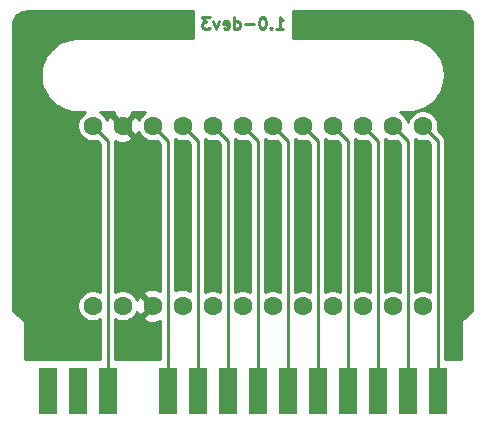
<source format=gbr>
G04 #@! TF.GenerationSoftware,KiCad,Pcbnew,(5.1.9-0-10_14)*
G04 #@! TF.CreationDate,2021-04-12T21:42:41-07:00*
G04 #@! TF.ProjectId,cart,63617274-2e6b-4696-9361-645f70636258,1.0-dev3*
G04 #@! TF.SameCoordinates,Original*
G04 #@! TF.FileFunction,Copper,L2,Bot*
G04 #@! TF.FilePolarity,Positive*
%FSLAX46Y46*%
G04 Gerber Fmt 4.6, Leading zero omitted, Abs format (unit mm)*
G04 Created by KiCad (PCBNEW (5.1.9-0-10_14)) date 2021-04-12 21:42:41*
%MOMM*%
%LPD*%
G01*
G04 APERTURE LIST*
G04 #@! TA.AperFunction,NonConductor*
%ADD10C,0.228600*%
G04 #@! TD*
G04 #@! TA.AperFunction,ConnectorPad*
%ADD11R,1.600000X4.000000*%
G04 #@! TD*
G04 #@! TA.AperFunction,ComponentPad*
%ADD12C,1.600000*%
G04 #@! TD*
G04 #@! TA.AperFunction,ViaPad*
%ADD13C,0.600000*%
G04 #@! TD*
G04 #@! TA.AperFunction,Conductor*
%ADD14C,0.254000*%
G04 #@! TD*
G04 #@! TA.AperFunction,Conductor*
%ADD15C,0.100000*%
G04 #@! TD*
G04 APERTURE END LIST*
D10*
X142530285Y-95947619D02*
X143110857Y-95947619D01*
X142820571Y-95947619D02*
X142820571Y-94931619D01*
X142917333Y-95076761D01*
X143014095Y-95173523D01*
X143110857Y-95221904D01*
X142094857Y-95850857D02*
X142046476Y-95899238D01*
X142094857Y-95947619D01*
X142143238Y-95899238D01*
X142094857Y-95850857D01*
X142094857Y-95947619D01*
X141417523Y-94931619D02*
X141320761Y-94931619D01*
X141224000Y-94980000D01*
X141175619Y-95028380D01*
X141127238Y-95125142D01*
X141078857Y-95318666D01*
X141078857Y-95560571D01*
X141127238Y-95754095D01*
X141175619Y-95850857D01*
X141224000Y-95899238D01*
X141320761Y-95947619D01*
X141417523Y-95947619D01*
X141514285Y-95899238D01*
X141562666Y-95850857D01*
X141611047Y-95754095D01*
X141659428Y-95560571D01*
X141659428Y-95318666D01*
X141611047Y-95125142D01*
X141562666Y-95028380D01*
X141514285Y-94980000D01*
X141417523Y-94931619D01*
X140643428Y-95560571D02*
X139869333Y-95560571D01*
X138950095Y-95947619D02*
X138950095Y-94931619D01*
X138950095Y-95899238D02*
X139046857Y-95947619D01*
X139240380Y-95947619D01*
X139337142Y-95899238D01*
X139385523Y-95850857D01*
X139433904Y-95754095D01*
X139433904Y-95463809D01*
X139385523Y-95367047D01*
X139337142Y-95318666D01*
X139240380Y-95270285D01*
X139046857Y-95270285D01*
X138950095Y-95318666D01*
X138079238Y-95899238D02*
X138176000Y-95947619D01*
X138369523Y-95947619D01*
X138466285Y-95899238D01*
X138514666Y-95802476D01*
X138514666Y-95415428D01*
X138466285Y-95318666D01*
X138369523Y-95270285D01*
X138176000Y-95270285D01*
X138079238Y-95318666D01*
X138030857Y-95415428D01*
X138030857Y-95512190D01*
X138514666Y-95608952D01*
X137692190Y-95270285D02*
X137450285Y-95947619D01*
X137208380Y-95270285D01*
X136918095Y-94931619D02*
X136289142Y-94931619D01*
X136627809Y-95318666D01*
X136482666Y-95318666D01*
X136385904Y-95367047D01*
X136337523Y-95415428D01*
X136289142Y-95512190D01*
X136289142Y-95754095D01*
X136337523Y-95850857D01*
X136385904Y-95899238D01*
X136482666Y-95947619D01*
X136772952Y-95947619D01*
X136869714Y-95899238D01*
X136918095Y-95850857D01*
D11*
X123190000Y-126619000D03*
X125730000Y-126619000D03*
X128270000Y-126619000D03*
X133350000Y-126619000D03*
X135890000Y-126619000D03*
X138430000Y-126619000D03*
X140970000Y-126619000D03*
X143510000Y-126619000D03*
X146050000Y-126619000D03*
X148590000Y-126619000D03*
X151130000Y-126619000D03*
X156210000Y-126619000D03*
X153670000Y-126619000D03*
D12*
X127000000Y-104140000D03*
X129540000Y-104140000D03*
X132080000Y-104140000D03*
X134620000Y-104140000D03*
X137160000Y-104140000D03*
X139700000Y-104140000D03*
X142240000Y-104140000D03*
X144780000Y-104140000D03*
X147320000Y-104140000D03*
X149860000Y-104140000D03*
X152400000Y-104140000D03*
X154940000Y-104140000D03*
X154940000Y-119380000D03*
X152400000Y-119380000D03*
X149860000Y-119380000D03*
X147320000Y-119380000D03*
X144780000Y-119380000D03*
X142240000Y-119380000D03*
X139700000Y-119380000D03*
X137160000Y-119380000D03*
X134620000Y-119380000D03*
X132080000Y-119380000D03*
X129540000Y-119380000D03*
X127000000Y-119380000D03*
D13*
X134620000Y-111760000D03*
X137160000Y-111760000D03*
X139700000Y-111760000D03*
X142240000Y-111760000D03*
X144780000Y-111760000D03*
X147320000Y-111760000D03*
X149860000Y-111760000D03*
X152400000Y-111760000D03*
X154940000Y-111760000D03*
X158115000Y-117475000D03*
X125095000Y-111760000D03*
D14*
X128270000Y-105410000D02*
X128270000Y-126619000D01*
X127000000Y-104140000D02*
X128270000Y-105410000D01*
X133350000Y-105410000D02*
X133350000Y-126619000D01*
X132080000Y-104140000D02*
X133350000Y-105410000D01*
X135890000Y-105410000D02*
X135890000Y-126619000D01*
X134620000Y-104140000D02*
X135890000Y-105410000D01*
X138430000Y-105410000D02*
X138430000Y-126619000D01*
X137160000Y-104140000D02*
X138430000Y-105410000D01*
X140970000Y-105410000D02*
X140970000Y-126619000D01*
X139700000Y-104140000D02*
X140970000Y-105410000D01*
X143510000Y-105410000D02*
X143510000Y-126619000D01*
X142240000Y-104140000D02*
X143510000Y-105410000D01*
X146050000Y-105410000D02*
X146050000Y-126619000D01*
X144780000Y-104140000D02*
X146050000Y-105410000D01*
X148590000Y-105410000D02*
X148590000Y-126619000D01*
X147320000Y-104140000D02*
X148590000Y-105410000D01*
X151130000Y-105410000D02*
X151130000Y-126619000D01*
X149860000Y-104140000D02*
X151130000Y-105410000D01*
X156210000Y-105410000D02*
X156210000Y-126619000D01*
X154940000Y-104140000D02*
X156210000Y-105410000D01*
X153670000Y-105410000D02*
X153670000Y-126619000D01*
X152400000Y-104140000D02*
X153670000Y-105410000D01*
X158198689Y-94466143D02*
X158416740Y-94531976D01*
X158617855Y-94638911D01*
X158794370Y-94782873D01*
X158939557Y-94958375D01*
X159047893Y-95158738D01*
X159115248Y-95376326D01*
X159142000Y-95630858D01*
X159142001Y-119840896D01*
X158420334Y-120390807D01*
X158410579Y-120396021D01*
X158372756Y-120427062D01*
X158357746Y-120438499D01*
X158349713Y-120445972D01*
X158317999Y-120471999D01*
X158305935Y-120486699D01*
X158292027Y-120499638D01*
X158268040Y-120532875D01*
X158242021Y-120564580D01*
X158233060Y-120581344D01*
X158221940Y-120596753D01*
X158204895Y-120634038D01*
X158185564Y-120670204D01*
X158180046Y-120688393D01*
X158172145Y-120705677D01*
X158162701Y-120745575D01*
X158150798Y-120784812D01*
X158148935Y-120803726D01*
X158144557Y-120822221D01*
X158143078Y-120863199D01*
X158142000Y-120874140D01*
X158142000Y-120893046D01*
X158140236Y-120941907D01*
X158142000Y-120952819D01*
X158142000Y-123888500D01*
X156845000Y-123888500D01*
X156845000Y-105441180D01*
X156848071Y-105409999D01*
X156845000Y-105378818D01*
X156845000Y-105378808D01*
X156835812Y-105285518D01*
X156799502Y-105165820D01*
X156740538Y-105055507D01*
X156740537Y-105055505D01*
X156681068Y-104983043D01*
X156661185Y-104958815D01*
X156636956Y-104938931D01*
X156201354Y-104503330D01*
X156248000Y-104268827D01*
X156248000Y-104011173D01*
X156197734Y-103758470D01*
X156099135Y-103520430D01*
X155955990Y-103306199D01*
X155773801Y-103124010D01*
X155559570Y-102980865D01*
X155321530Y-102882266D01*
X155068827Y-102832000D01*
X154811173Y-102832000D01*
X154558470Y-102882266D01*
X154320430Y-102980865D01*
X154106199Y-103124010D01*
X153924010Y-103306199D01*
X153780865Y-103520430D01*
X153682266Y-103758470D01*
X153670000Y-103820135D01*
X153657734Y-103758470D01*
X153559135Y-103520430D01*
X153415990Y-103306199D01*
X153233801Y-103124010D01*
X153045214Y-102998000D01*
X153699861Y-102998000D01*
X153701982Y-102997791D01*
X153709716Y-102997737D01*
X153737175Y-102994851D01*
X153764794Y-102994851D01*
X153773236Y-102993963D01*
X154265868Y-102938706D01*
X154319771Y-102927248D01*
X154373828Y-102916545D01*
X154381937Y-102914035D01*
X154854453Y-102764144D01*
X154905119Y-102742429D01*
X154956051Y-102721436D01*
X154963514Y-102717401D01*
X154963518Y-102717399D01*
X154963521Y-102717397D01*
X155397923Y-102478582D01*
X155443380Y-102447457D01*
X155489289Y-102416955D01*
X155495830Y-102411544D01*
X155875575Y-102092901D01*
X155914102Y-102053558D01*
X155953234Y-102014699D01*
X155958599Y-102008120D01*
X156269219Y-101621786D01*
X156299403Y-101575660D01*
X156330207Y-101529991D01*
X156334193Y-101522495D01*
X156563858Y-101083186D01*
X156584507Y-101032080D01*
X156605856Y-100981292D01*
X156608310Y-100973165D01*
X156748273Y-100497613D01*
X156758595Y-100443503D01*
X156769680Y-100389502D01*
X156770508Y-100381053D01*
X156815436Y-99887372D01*
X156815051Y-99832301D01*
X156815436Y-99777164D01*
X156814607Y-99768715D01*
X156762790Y-99275709D01*
X156751711Y-99221732D01*
X156741384Y-99167599D01*
X156738933Y-99159482D01*
X156738931Y-99159472D01*
X156738927Y-99159463D01*
X156592341Y-98685919D01*
X156570988Y-98635123D01*
X156550344Y-98584026D01*
X156546358Y-98576530D01*
X156310581Y-98140470D01*
X156279777Y-98094801D01*
X156249593Y-98048675D01*
X156244228Y-98042097D01*
X155928244Y-97660137D01*
X155889132Y-97621297D01*
X155850586Y-97581935D01*
X155844051Y-97576529D01*
X155844046Y-97576524D01*
X155844041Y-97576520D01*
X155459889Y-97263214D01*
X155414011Y-97232732D01*
X155368521Y-97201585D01*
X155361058Y-97197551D01*
X155361054Y-97197548D01*
X155361050Y-97197546D01*
X154923358Y-96964821D01*
X154872426Y-96943828D01*
X154821760Y-96922113D01*
X154813654Y-96919604D01*
X154813648Y-96919602D01*
X154339086Y-96776324D01*
X154285052Y-96765625D01*
X154231128Y-96754163D01*
X154222686Y-96753276D01*
X153729331Y-96704902D01*
X153729326Y-96704902D01*
X153699861Y-96702000D01*
X143926681Y-96702000D01*
X143926681Y-94441000D01*
X157942266Y-94441000D01*
X158198689Y-94466143D01*
G04 #@! TA.AperFunction,Conductor*
D15*
G36*
X158198689Y-94466143D02*
G01*
X158416740Y-94531976D01*
X158617855Y-94638911D01*
X158794370Y-94782873D01*
X158939557Y-94958375D01*
X159047893Y-95158738D01*
X159115248Y-95376326D01*
X159142000Y-95630858D01*
X159142001Y-119840896D01*
X158420334Y-120390807D01*
X158410579Y-120396021D01*
X158372756Y-120427062D01*
X158357746Y-120438499D01*
X158349713Y-120445972D01*
X158317999Y-120471999D01*
X158305935Y-120486699D01*
X158292027Y-120499638D01*
X158268040Y-120532875D01*
X158242021Y-120564580D01*
X158233060Y-120581344D01*
X158221940Y-120596753D01*
X158204895Y-120634038D01*
X158185564Y-120670204D01*
X158180046Y-120688393D01*
X158172145Y-120705677D01*
X158162701Y-120745575D01*
X158150798Y-120784812D01*
X158148935Y-120803726D01*
X158144557Y-120822221D01*
X158143078Y-120863199D01*
X158142000Y-120874140D01*
X158142000Y-120893046D01*
X158140236Y-120941907D01*
X158142000Y-120952819D01*
X158142000Y-123888500D01*
X156845000Y-123888500D01*
X156845000Y-105441180D01*
X156848071Y-105409999D01*
X156845000Y-105378818D01*
X156845000Y-105378808D01*
X156835812Y-105285518D01*
X156799502Y-105165820D01*
X156740538Y-105055507D01*
X156740537Y-105055505D01*
X156681068Y-104983043D01*
X156661185Y-104958815D01*
X156636956Y-104938931D01*
X156201354Y-104503330D01*
X156248000Y-104268827D01*
X156248000Y-104011173D01*
X156197734Y-103758470D01*
X156099135Y-103520430D01*
X155955990Y-103306199D01*
X155773801Y-103124010D01*
X155559570Y-102980865D01*
X155321530Y-102882266D01*
X155068827Y-102832000D01*
X154811173Y-102832000D01*
X154558470Y-102882266D01*
X154320430Y-102980865D01*
X154106199Y-103124010D01*
X153924010Y-103306199D01*
X153780865Y-103520430D01*
X153682266Y-103758470D01*
X153670000Y-103820135D01*
X153657734Y-103758470D01*
X153559135Y-103520430D01*
X153415990Y-103306199D01*
X153233801Y-103124010D01*
X153045214Y-102998000D01*
X153699861Y-102998000D01*
X153701982Y-102997791D01*
X153709716Y-102997737D01*
X153737175Y-102994851D01*
X153764794Y-102994851D01*
X153773236Y-102993963D01*
X154265868Y-102938706D01*
X154319771Y-102927248D01*
X154373828Y-102916545D01*
X154381937Y-102914035D01*
X154854453Y-102764144D01*
X154905119Y-102742429D01*
X154956051Y-102721436D01*
X154963514Y-102717401D01*
X154963518Y-102717399D01*
X154963521Y-102717397D01*
X155397923Y-102478582D01*
X155443380Y-102447457D01*
X155489289Y-102416955D01*
X155495830Y-102411544D01*
X155875575Y-102092901D01*
X155914102Y-102053558D01*
X155953234Y-102014699D01*
X155958599Y-102008120D01*
X156269219Y-101621786D01*
X156299403Y-101575660D01*
X156330207Y-101529991D01*
X156334193Y-101522495D01*
X156563858Y-101083186D01*
X156584507Y-101032080D01*
X156605856Y-100981292D01*
X156608310Y-100973165D01*
X156748273Y-100497613D01*
X156758595Y-100443503D01*
X156769680Y-100389502D01*
X156770508Y-100381053D01*
X156815436Y-99887372D01*
X156815051Y-99832301D01*
X156815436Y-99777164D01*
X156814607Y-99768715D01*
X156762790Y-99275709D01*
X156751711Y-99221732D01*
X156741384Y-99167599D01*
X156738933Y-99159482D01*
X156738931Y-99159472D01*
X156738927Y-99159463D01*
X156592341Y-98685919D01*
X156570988Y-98635123D01*
X156550344Y-98584026D01*
X156546358Y-98576530D01*
X156310581Y-98140470D01*
X156279777Y-98094801D01*
X156249593Y-98048675D01*
X156244228Y-98042097D01*
X155928244Y-97660137D01*
X155889132Y-97621297D01*
X155850586Y-97581935D01*
X155844051Y-97576529D01*
X155844046Y-97576524D01*
X155844041Y-97576520D01*
X155459889Y-97263214D01*
X155414011Y-97232732D01*
X155368521Y-97201585D01*
X155361058Y-97197551D01*
X155361054Y-97197548D01*
X155361050Y-97197546D01*
X154923358Y-96964821D01*
X154872426Y-96943828D01*
X154821760Y-96922113D01*
X154813654Y-96919604D01*
X154813648Y-96919602D01*
X154339086Y-96776324D01*
X154285052Y-96765625D01*
X154231128Y-96754163D01*
X154222686Y-96753276D01*
X153729331Y-96704902D01*
X153729326Y-96704902D01*
X153699861Y-96702000D01*
X143926681Y-96702000D01*
X143926681Y-94441000D01*
X157942266Y-94441000D01*
X158198689Y-94466143D01*
G37*
G04 #@! TD.AperFunction*
D14*
X135473319Y-96702000D02*
X125700139Y-96702000D01*
X125698018Y-96702209D01*
X125690284Y-96702263D01*
X125662825Y-96705149D01*
X125635206Y-96705149D01*
X125626763Y-96706037D01*
X125134132Y-96761294D01*
X125080229Y-96772752D01*
X125026172Y-96783455D01*
X125018063Y-96785965D01*
X124545547Y-96935856D01*
X124494881Y-96957571D01*
X124443949Y-96978564D01*
X124436491Y-96982597D01*
X124436482Y-96982601D01*
X124436475Y-96982606D01*
X124002077Y-97221418D01*
X123956630Y-97252536D01*
X123910710Y-97283045D01*
X123904175Y-97288453D01*
X123904169Y-97288457D01*
X123904164Y-97288462D01*
X123524425Y-97607099D01*
X123485884Y-97646456D01*
X123446766Y-97685302D01*
X123441406Y-97691875D01*
X123441402Y-97691879D01*
X123441401Y-97691881D01*
X123130781Y-98078214D01*
X123100605Y-98124329D01*
X123069792Y-98170009D01*
X123065807Y-98177505D01*
X122836141Y-98616815D01*
X122815490Y-98667928D01*
X122794144Y-98718708D01*
X122791690Y-98726835D01*
X122651727Y-99202387D01*
X122641403Y-99256504D01*
X122630320Y-99310498D01*
X122629492Y-99318947D01*
X122584564Y-99812628D01*
X122584949Y-99867699D01*
X122584564Y-99922837D01*
X122585393Y-99931285D01*
X122637210Y-100424292D01*
X122648289Y-100478268D01*
X122658616Y-100532402D01*
X122661068Y-100540521D01*
X122661069Y-100540528D01*
X122661072Y-100540534D01*
X122807659Y-101014081D01*
X122829005Y-101064861D01*
X122849656Y-101115974D01*
X122853642Y-101123470D01*
X123089419Y-101559530D01*
X123120223Y-101605199D01*
X123150407Y-101651325D01*
X123155772Y-101657903D01*
X123471756Y-102039863D01*
X123510868Y-102078703D01*
X123549414Y-102118065D01*
X123555949Y-102123471D01*
X123555954Y-102123476D01*
X123555956Y-102123477D01*
X123940111Y-102436786D01*
X123985996Y-102467272D01*
X124031479Y-102498415D01*
X124038946Y-102502452D01*
X124476642Y-102735179D01*
X124527574Y-102756172D01*
X124578240Y-102777887D01*
X124586346Y-102780396D01*
X124586352Y-102780398D01*
X125060914Y-102923676D01*
X125114973Y-102934380D01*
X125168872Y-102945837D01*
X125177305Y-102946723D01*
X125177315Y-102946725D01*
X125177324Y-102946725D01*
X125670670Y-102995098D01*
X125670674Y-102995098D01*
X125700139Y-102998000D01*
X126354786Y-102998000D01*
X126166199Y-103124010D01*
X125984010Y-103306199D01*
X125840865Y-103520430D01*
X125742266Y-103758470D01*
X125692000Y-104011173D01*
X125692000Y-104268827D01*
X125742266Y-104521530D01*
X125840865Y-104759570D01*
X125984010Y-104973801D01*
X126166199Y-105155990D01*
X126380430Y-105299135D01*
X126618470Y-105397734D01*
X126871173Y-105448000D01*
X127128827Y-105448000D01*
X127363330Y-105401354D01*
X127635000Y-105673025D01*
X127635001Y-118231175D01*
X127619570Y-118220865D01*
X127381530Y-118122266D01*
X127128827Y-118072000D01*
X126871173Y-118072000D01*
X126618470Y-118122266D01*
X126380430Y-118220865D01*
X126166199Y-118364010D01*
X125984010Y-118546199D01*
X125840865Y-118760430D01*
X125742266Y-118998470D01*
X125692000Y-119251173D01*
X125692000Y-119508827D01*
X125742266Y-119761530D01*
X125840865Y-119999570D01*
X125984010Y-120213801D01*
X126166199Y-120395990D01*
X126380430Y-120539135D01*
X126618470Y-120637734D01*
X126871173Y-120688000D01*
X127128827Y-120688000D01*
X127381530Y-120637734D01*
X127619570Y-120539135D01*
X127635001Y-120528824D01*
X127635001Y-123888500D01*
X121258000Y-123888500D01*
X121258000Y-120949819D01*
X121259764Y-120938907D01*
X121258000Y-120890046D01*
X121258000Y-120871139D01*
X121256922Y-120860198D01*
X121255443Y-120819220D01*
X121251065Y-120800725D01*
X121249202Y-120781811D01*
X121237299Y-120742574D01*
X121227855Y-120702676D01*
X121219954Y-120685392D01*
X121214436Y-120667203D01*
X121195105Y-120631037D01*
X121178060Y-120593752D01*
X121166940Y-120578343D01*
X121157979Y-120561579D01*
X121131962Y-120529877D01*
X121107973Y-120496637D01*
X121094062Y-120483695D01*
X121082001Y-120468999D01*
X121050298Y-120442982D01*
X121042254Y-120435498D01*
X121027219Y-120424042D01*
X120989420Y-120393021D01*
X120979672Y-120387811D01*
X120258000Y-119837897D01*
X120258000Y-95640734D01*
X120283143Y-95384311D01*
X120348976Y-95166260D01*
X120455911Y-94965145D01*
X120599873Y-94788630D01*
X120775375Y-94643443D01*
X120975738Y-94535107D01*
X121193326Y-94467752D01*
X121447858Y-94441000D01*
X135473319Y-94441000D01*
X135473319Y-96702000D01*
G04 #@! TA.AperFunction,Conductor*
D15*
G36*
X135473319Y-96702000D02*
G01*
X125700139Y-96702000D01*
X125698018Y-96702209D01*
X125690284Y-96702263D01*
X125662825Y-96705149D01*
X125635206Y-96705149D01*
X125626763Y-96706037D01*
X125134132Y-96761294D01*
X125080229Y-96772752D01*
X125026172Y-96783455D01*
X125018063Y-96785965D01*
X124545547Y-96935856D01*
X124494881Y-96957571D01*
X124443949Y-96978564D01*
X124436491Y-96982597D01*
X124436482Y-96982601D01*
X124436475Y-96982606D01*
X124002077Y-97221418D01*
X123956630Y-97252536D01*
X123910710Y-97283045D01*
X123904175Y-97288453D01*
X123904169Y-97288457D01*
X123904164Y-97288462D01*
X123524425Y-97607099D01*
X123485884Y-97646456D01*
X123446766Y-97685302D01*
X123441406Y-97691875D01*
X123441402Y-97691879D01*
X123441401Y-97691881D01*
X123130781Y-98078214D01*
X123100605Y-98124329D01*
X123069792Y-98170009D01*
X123065807Y-98177505D01*
X122836141Y-98616815D01*
X122815490Y-98667928D01*
X122794144Y-98718708D01*
X122791690Y-98726835D01*
X122651727Y-99202387D01*
X122641403Y-99256504D01*
X122630320Y-99310498D01*
X122629492Y-99318947D01*
X122584564Y-99812628D01*
X122584949Y-99867699D01*
X122584564Y-99922837D01*
X122585393Y-99931285D01*
X122637210Y-100424292D01*
X122648289Y-100478268D01*
X122658616Y-100532402D01*
X122661068Y-100540521D01*
X122661069Y-100540528D01*
X122661072Y-100540534D01*
X122807659Y-101014081D01*
X122829005Y-101064861D01*
X122849656Y-101115974D01*
X122853642Y-101123470D01*
X123089419Y-101559530D01*
X123120223Y-101605199D01*
X123150407Y-101651325D01*
X123155772Y-101657903D01*
X123471756Y-102039863D01*
X123510868Y-102078703D01*
X123549414Y-102118065D01*
X123555949Y-102123471D01*
X123555954Y-102123476D01*
X123555956Y-102123477D01*
X123940111Y-102436786D01*
X123985996Y-102467272D01*
X124031479Y-102498415D01*
X124038946Y-102502452D01*
X124476642Y-102735179D01*
X124527574Y-102756172D01*
X124578240Y-102777887D01*
X124586346Y-102780396D01*
X124586352Y-102780398D01*
X125060914Y-102923676D01*
X125114973Y-102934380D01*
X125168872Y-102945837D01*
X125177305Y-102946723D01*
X125177315Y-102946725D01*
X125177324Y-102946725D01*
X125670670Y-102995098D01*
X125670674Y-102995098D01*
X125700139Y-102998000D01*
X126354786Y-102998000D01*
X126166199Y-103124010D01*
X125984010Y-103306199D01*
X125840865Y-103520430D01*
X125742266Y-103758470D01*
X125692000Y-104011173D01*
X125692000Y-104268827D01*
X125742266Y-104521530D01*
X125840865Y-104759570D01*
X125984010Y-104973801D01*
X126166199Y-105155990D01*
X126380430Y-105299135D01*
X126618470Y-105397734D01*
X126871173Y-105448000D01*
X127128827Y-105448000D01*
X127363330Y-105401354D01*
X127635000Y-105673025D01*
X127635001Y-118231175D01*
X127619570Y-118220865D01*
X127381530Y-118122266D01*
X127128827Y-118072000D01*
X126871173Y-118072000D01*
X126618470Y-118122266D01*
X126380430Y-118220865D01*
X126166199Y-118364010D01*
X125984010Y-118546199D01*
X125840865Y-118760430D01*
X125742266Y-118998470D01*
X125692000Y-119251173D01*
X125692000Y-119508827D01*
X125742266Y-119761530D01*
X125840865Y-119999570D01*
X125984010Y-120213801D01*
X126166199Y-120395990D01*
X126380430Y-120539135D01*
X126618470Y-120637734D01*
X126871173Y-120688000D01*
X127128827Y-120688000D01*
X127381530Y-120637734D01*
X127619570Y-120539135D01*
X127635001Y-120528824D01*
X127635001Y-123888500D01*
X121258000Y-123888500D01*
X121258000Y-120949819D01*
X121259764Y-120938907D01*
X121258000Y-120890046D01*
X121258000Y-120871139D01*
X121256922Y-120860198D01*
X121255443Y-120819220D01*
X121251065Y-120800725D01*
X121249202Y-120781811D01*
X121237299Y-120742574D01*
X121227855Y-120702676D01*
X121219954Y-120685392D01*
X121214436Y-120667203D01*
X121195105Y-120631037D01*
X121178060Y-120593752D01*
X121166940Y-120578343D01*
X121157979Y-120561579D01*
X121131962Y-120529877D01*
X121107973Y-120496637D01*
X121094062Y-120483695D01*
X121082001Y-120468999D01*
X121050298Y-120442982D01*
X121042254Y-120435498D01*
X121027219Y-120424042D01*
X120989420Y-120393021D01*
X120979672Y-120387811D01*
X120258000Y-119837897D01*
X120258000Y-95640734D01*
X120283143Y-95384311D01*
X120348976Y-95166260D01*
X120455911Y-94965145D01*
X120599873Y-94788630D01*
X120775375Y-94643443D01*
X120975738Y-94535107D01*
X121193326Y-94467752D01*
X121447858Y-94441000D01*
X135473319Y-94441000D01*
X135473319Y-96702000D01*
G37*
G04 #@! TD.AperFunction*
D14*
X128726903Y-103147298D02*
X129540000Y-103960395D01*
X130353097Y-103147298D01*
X130309291Y-102998000D01*
X131434786Y-102998000D01*
X131246199Y-103124010D01*
X131064010Y-103306199D01*
X130920865Y-103520430D01*
X130878772Y-103622051D01*
X130843603Y-103523708D01*
X130776671Y-103398486D01*
X130532702Y-103326903D01*
X129719605Y-104140000D01*
X130532702Y-104953097D01*
X130776671Y-104881514D01*
X130880492Y-104662100D01*
X130920865Y-104759570D01*
X131064010Y-104973801D01*
X131246199Y-105155990D01*
X131460430Y-105299135D01*
X131698470Y-105397734D01*
X131951173Y-105448000D01*
X132208827Y-105448000D01*
X132443330Y-105401354D01*
X132715000Y-105673025D01*
X132715001Y-118092930D01*
X132566004Y-118022429D01*
X132291816Y-117953700D01*
X132009488Y-117939783D01*
X131729870Y-117981213D01*
X131463708Y-118076397D01*
X131338486Y-118143329D01*
X131266903Y-118387298D01*
X132080000Y-119200395D01*
X132094143Y-119186253D01*
X132273748Y-119365858D01*
X132259605Y-119380000D01*
X132273748Y-119394143D01*
X132094143Y-119573748D01*
X132080000Y-119559605D01*
X131266903Y-120372702D01*
X131338486Y-120616671D01*
X131593996Y-120737571D01*
X131868184Y-120806300D01*
X132150512Y-120820217D01*
X132430130Y-120778787D01*
X132696292Y-120683603D01*
X132715001Y-120673603D01*
X132715001Y-123888500D01*
X128905000Y-123888500D01*
X128905000Y-120528825D01*
X128920430Y-120539135D01*
X129158470Y-120637734D01*
X129411173Y-120688000D01*
X129668827Y-120688000D01*
X129921530Y-120637734D01*
X130159570Y-120539135D01*
X130373801Y-120395990D01*
X130555990Y-120213801D01*
X130699135Y-119999570D01*
X130741228Y-119897949D01*
X130776397Y-119996292D01*
X130843329Y-120121514D01*
X131087298Y-120193097D01*
X131900395Y-119380000D01*
X131087298Y-118566903D01*
X130843329Y-118638486D01*
X130739508Y-118857900D01*
X130699135Y-118760430D01*
X130555990Y-118546199D01*
X130373801Y-118364010D01*
X130159570Y-118220865D01*
X129921530Y-118122266D01*
X129668827Y-118072000D01*
X129411173Y-118072000D01*
X129158470Y-118122266D01*
X128920430Y-118220865D01*
X128905000Y-118231175D01*
X128905000Y-105441180D01*
X128906328Y-105427699D01*
X129053996Y-105497571D01*
X129328184Y-105566300D01*
X129610512Y-105580217D01*
X129890130Y-105538787D01*
X130156292Y-105443603D01*
X130281514Y-105376671D01*
X130353097Y-105132702D01*
X129540000Y-104319605D01*
X129525858Y-104333748D01*
X129346253Y-104154143D01*
X129360395Y-104140000D01*
X128547298Y-103326903D01*
X128303329Y-103398486D01*
X128199508Y-103617900D01*
X128159135Y-103520430D01*
X128015990Y-103306199D01*
X127833801Y-103124010D01*
X127645214Y-102998000D01*
X128770709Y-102998000D01*
X128726903Y-103147298D01*
G04 #@! TA.AperFunction,Conductor*
D15*
G36*
X128726903Y-103147298D02*
G01*
X129540000Y-103960395D01*
X130353097Y-103147298D01*
X130309291Y-102998000D01*
X131434786Y-102998000D01*
X131246199Y-103124010D01*
X131064010Y-103306199D01*
X130920865Y-103520430D01*
X130878772Y-103622051D01*
X130843603Y-103523708D01*
X130776671Y-103398486D01*
X130532702Y-103326903D01*
X129719605Y-104140000D01*
X130532702Y-104953097D01*
X130776671Y-104881514D01*
X130880492Y-104662100D01*
X130920865Y-104759570D01*
X131064010Y-104973801D01*
X131246199Y-105155990D01*
X131460430Y-105299135D01*
X131698470Y-105397734D01*
X131951173Y-105448000D01*
X132208827Y-105448000D01*
X132443330Y-105401354D01*
X132715000Y-105673025D01*
X132715001Y-118092930D01*
X132566004Y-118022429D01*
X132291816Y-117953700D01*
X132009488Y-117939783D01*
X131729870Y-117981213D01*
X131463708Y-118076397D01*
X131338486Y-118143329D01*
X131266903Y-118387298D01*
X132080000Y-119200395D01*
X132094143Y-119186253D01*
X132273748Y-119365858D01*
X132259605Y-119380000D01*
X132273748Y-119394143D01*
X132094143Y-119573748D01*
X132080000Y-119559605D01*
X131266903Y-120372702D01*
X131338486Y-120616671D01*
X131593996Y-120737571D01*
X131868184Y-120806300D01*
X132150512Y-120820217D01*
X132430130Y-120778787D01*
X132696292Y-120683603D01*
X132715001Y-120673603D01*
X132715001Y-123888500D01*
X128905000Y-123888500D01*
X128905000Y-120528825D01*
X128920430Y-120539135D01*
X129158470Y-120637734D01*
X129411173Y-120688000D01*
X129668827Y-120688000D01*
X129921530Y-120637734D01*
X130159570Y-120539135D01*
X130373801Y-120395990D01*
X130555990Y-120213801D01*
X130699135Y-119999570D01*
X130741228Y-119897949D01*
X130776397Y-119996292D01*
X130843329Y-120121514D01*
X131087298Y-120193097D01*
X131900395Y-119380000D01*
X131087298Y-118566903D01*
X130843329Y-118638486D01*
X130739508Y-118857900D01*
X130699135Y-118760430D01*
X130555990Y-118546199D01*
X130373801Y-118364010D01*
X130159570Y-118220865D01*
X129921530Y-118122266D01*
X129668827Y-118072000D01*
X129411173Y-118072000D01*
X129158470Y-118122266D01*
X128920430Y-118220865D01*
X128905000Y-118231175D01*
X128905000Y-105441180D01*
X128906328Y-105427699D01*
X129053996Y-105497571D01*
X129328184Y-105566300D01*
X129610512Y-105580217D01*
X129890130Y-105538787D01*
X130156292Y-105443603D01*
X130281514Y-105376671D01*
X130353097Y-105132702D01*
X129540000Y-104319605D01*
X129525858Y-104333748D01*
X129346253Y-104154143D01*
X129360395Y-104140000D01*
X128547298Y-103326903D01*
X128303329Y-103398486D01*
X128199508Y-103617900D01*
X128159135Y-103520430D01*
X128015990Y-103306199D01*
X127833801Y-103124010D01*
X127645214Y-102998000D01*
X128770709Y-102998000D01*
X128726903Y-103147298D01*
G37*
G04 #@! TD.AperFunction*
D14*
X134813748Y-119365858D02*
X134799605Y-119380000D01*
X134813748Y-119394143D01*
X134634143Y-119573748D01*
X134620000Y-119559605D01*
X134605858Y-119573748D01*
X134426253Y-119394143D01*
X134440395Y-119380000D01*
X134426253Y-119365858D01*
X134605858Y-119186253D01*
X134620000Y-119200395D01*
X134634143Y-119186253D01*
X134813748Y-119365858D01*
G04 #@! TA.AperFunction,Conductor*
D15*
G36*
X134813748Y-119365858D02*
G01*
X134799605Y-119380000D01*
X134813748Y-119394143D01*
X134634143Y-119573748D01*
X134620000Y-119559605D01*
X134605858Y-119573748D01*
X134426253Y-119394143D01*
X134440395Y-119380000D01*
X134426253Y-119365858D01*
X134605858Y-119186253D01*
X134620000Y-119200395D01*
X134634143Y-119186253D01*
X134813748Y-119365858D01*
G37*
G04 #@! TD.AperFunction*
D14*
X146700430Y-105299135D02*
X146938470Y-105397734D01*
X147191173Y-105448000D01*
X147448827Y-105448000D01*
X147683330Y-105401354D01*
X147955000Y-105673025D01*
X147955001Y-118231175D01*
X147939570Y-118220865D01*
X147701530Y-118122266D01*
X147448827Y-118072000D01*
X147191173Y-118072000D01*
X146938470Y-118122266D01*
X146700430Y-118220865D01*
X146685000Y-118231175D01*
X146685000Y-105441180D01*
X146688071Y-105409999D01*
X146685000Y-105378818D01*
X146685000Y-105378808D01*
X146675812Y-105285518D01*
X146674734Y-105281966D01*
X146700430Y-105299135D01*
G04 #@! TA.AperFunction,Conductor*
D15*
G36*
X146700430Y-105299135D02*
G01*
X146938470Y-105397734D01*
X147191173Y-105448000D01*
X147448827Y-105448000D01*
X147683330Y-105401354D01*
X147955000Y-105673025D01*
X147955001Y-118231175D01*
X147939570Y-118220865D01*
X147701530Y-118122266D01*
X147448827Y-118072000D01*
X147191173Y-118072000D01*
X146938470Y-118122266D01*
X146700430Y-118220865D01*
X146685000Y-118231175D01*
X146685000Y-105441180D01*
X146688071Y-105409999D01*
X146685000Y-105378818D01*
X146685000Y-105378808D01*
X146675812Y-105285518D01*
X146674734Y-105281966D01*
X146700430Y-105299135D01*
G37*
G04 #@! TD.AperFunction*
D14*
X154320430Y-105299135D02*
X154558470Y-105397734D01*
X154811173Y-105448000D01*
X155068827Y-105448000D01*
X155303330Y-105401354D01*
X155575000Y-105673025D01*
X155575001Y-118231175D01*
X155559570Y-118220865D01*
X155321530Y-118122266D01*
X155068827Y-118072000D01*
X154811173Y-118072000D01*
X154558470Y-118122266D01*
X154320430Y-118220865D01*
X154305000Y-118231175D01*
X154305000Y-105441180D01*
X154308071Y-105409999D01*
X154305000Y-105378818D01*
X154305000Y-105378808D01*
X154295812Y-105285518D01*
X154294734Y-105281966D01*
X154320430Y-105299135D01*
G04 #@! TA.AperFunction,Conductor*
D15*
G36*
X154320430Y-105299135D02*
G01*
X154558470Y-105397734D01*
X154811173Y-105448000D01*
X155068827Y-105448000D01*
X155303330Y-105401354D01*
X155575000Y-105673025D01*
X155575001Y-118231175D01*
X155559570Y-118220865D01*
X155321530Y-118122266D01*
X155068827Y-118072000D01*
X154811173Y-118072000D01*
X154558470Y-118122266D01*
X154320430Y-118220865D01*
X154305000Y-118231175D01*
X154305000Y-105441180D01*
X154308071Y-105409999D01*
X154305000Y-105378818D01*
X154305000Y-105378808D01*
X154295812Y-105285518D01*
X154294734Y-105281966D01*
X154320430Y-105299135D01*
G37*
G04 #@! TD.AperFunction*
D14*
X144160430Y-105299135D02*
X144398470Y-105397734D01*
X144651173Y-105448000D01*
X144908827Y-105448000D01*
X145143330Y-105401354D01*
X145415000Y-105673025D01*
X145415001Y-118231175D01*
X145399570Y-118220865D01*
X145161530Y-118122266D01*
X144908827Y-118072000D01*
X144651173Y-118072000D01*
X144398470Y-118122266D01*
X144160430Y-118220865D01*
X144145000Y-118231175D01*
X144145000Y-105441180D01*
X144148071Y-105409999D01*
X144145000Y-105378818D01*
X144145000Y-105378808D01*
X144135812Y-105285518D01*
X144134734Y-105281966D01*
X144160430Y-105299135D01*
G04 #@! TA.AperFunction,Conductor*
D15*
G36*
X144160430Y-105299135D02*
G01*
X144398470Y-105397734D01*
X144651173Y-105448000D01*
X144908827Y-105448000D01*
X145143330Y-105401354D01*
X145415000Y-105673025D01*
X145415001Y-118231175D01*
X145399570Y-118220865D01*
X145161530Y-118122266D01*
X144908827Y-118072000D01*
X144651173Y-118072000D01*
X144398470Y-118122266D01*
X144160430Y-118220865D01*
X144145000Y-118231175D01*
X144145000Y-105441180D01*
X144148071Y-105409999D01*
X144145000Y-105378818D01*
X144145000Y-105378808D01*
X144135812Y-105285518D01*
X144134734Y-105281966D01*
X144160430Y-105299135D01*
G37*
G04 #@! TD.AperFunction*
D14*
X149240430Y-105299135D02*
X149478470Y-105397734D01*
X149731173Y-105448000D01*
X149988827Y-105448000D01*
X150223330Y-105401354D01*
X150495000Y-105673025D01*
X150495001Y-118231175D01*
X150479570Y-118220865D01*
X150241530Y-118122266D01*
X149988827Y-118072000D01*
X149731173Y-118072000D01*
X149478470Y-118122266D01*
X149240430Y-118220865D01*
X149225000Y-118231175D01*
X149225000Y-105441180D01*
X149228071Y-105409999D01*
X149225000Y-105378818D01*
X149225000Y-105378808D01*
X149215812Y-105285518D01*
X149214734Y-105281966D01*
X149240430Y-105299135D01*
G04 #@! TA.AperFunction,Conductor*
D15*
G36*
X149240430Y-105299135D02*
G01*
X149478470Y-105397734D01*
X149731173Y-105448000D01*
X149988827Y-105448000D01*
X150223330Y-105401354D01*
X150495000Y-105673025D01*
X150495001Y-118231175D01*
X150479570Y-118220865D01*
X150241530Y-118122266D01*
X149988827Y-118072000D01*
X149731173Y-118072000D01*
X149478470Y-118122266D01*
X149240430Y-118220865D01*
X149225000Y-118231175D01*
X149225000Y-105441180D01*
X149228071Y-105409999D01*
X149225000Y-105378818D01*
X149225000Y-105378808D01*
X149215812Y-105285518D01*
X149214734Y-105281966D01*
X149240430Y-105299135D01*
G37*
G04 #@! TD.AperFunction*
D14*
X139080430Y-105299135D02*
X139318470Y-105397734D01*
X139571173Y-105448000D01*
X139828827Y-105448000D01*
X140063330Y-105401354D01*
X140335000Y-105673025D01*
X140335001Y-118231175D01*
X140319570Y-118220865D01*
X140081530Y-118122266D01*
X139828827Y-118072000D01*
X139571173Y-118072000D01*
X139318470Y-118122266D01*
X139080430Y-118220865D01*
X139065000Y-118231175D01*
X139065000Y-105441180D01*
X139068071Y-105409999D01*
X139065000Y-105378818D01*
X139065000Y-105378808D01*
X139055812Y-105285518D01*
X139054734Y-105281966D01*
X139080430Y-105299135D01*
G04 #@! TA.AperFunction,Conductor*
D15*
G36*
X139080430Y-105299135D02*
G01*
X139318470Y-105397734D01*
X139571173Y-105448000D01*
X139828827Y-105448000D01*
X140063330Y-105401354D01*
X140335000Y-105673025D01*
X140335001Y-118231175D01*
X140319570Y-118220865D01*
X140081530Y-118122266D01*
X139828827Y-118072000D01*
X139571173Y-118072000D01*
X139318470Y-118122266D01*
X139080430Y-118220865D01*
X139065000Y-118231175D01*
X139065000Y-105441180D01*
X139068071Y-105409999D01*
X139065000Y-105378818D01*
X139065000Y-105378808D01*
X139055812Y-105285518D01*
X139054734Y-105281966D01*
X139080430Y-105299135D01*
G37*
G04 #@! TD.AperFunction*
D14*
X151780430Y-105299135D02*
X152018470Y-105397734D01*
X152271173Y-105448000D01*
X152528827Y-105448000D01*
X152763330Y-105401354D01*
X153035000Y-105673025D01*
X153035001Y-118231175D01*
X153019570Y-118220865D01*
X152781530Y-118122266D01*
X152528827Y-118072000D01*
X152271173Y-118072000D01*
X152018470Y-118122266D01*
X151780430Y-118220865D01*
X151765000Y-118231175D01*
X151765000Y-105441180D01*
X151768071Y-105409999D01*
X151765000Y-105378818D01*
X151765000Y-105378808D01*
X151755812Y-105285518D01*
X151754734Y-105281966D01*
X151780430Y-105299135D01*
G04 #@! TA.AperFunction,Conductor*
D15*
G36*
X151780430Y-105299135D02*
G01*
X152018470Y-105397734D01*
X152271173Y-105448000D01*
X152528827Y-105448000D01*
X152763330Y-105401354D01*
X153035000Y-105673025D01*
X153035001Y-118231175D01*
X153019570Y-118220865D01*
X152781530Y-118122266D01*
X152528827Y-118072000D01*
X152271173Y-118072000D01*
X152018470Y-118122266D01*
X151780430Y-118220865D01*
X151765000Y-118231175D01*
X151765000Y-105441180D01*
X151768071Y-105409999D01*
X151765000Y-105378818D01*
X151765000Y-105378808D01*
X151755812Y-105285518D01*
X151754734Y-105281966D01*
X151780430Y-105299135D01*
G37*
G04 #@! TD.AperFunction*
D14*
X136540430Y-105299135D02*
X136778470Y-105397734D01*
X137031173Y-105448000D01*
X137288827Y-105448000D01*
X137523330Y-105401354D01*
X137795000Y-105673025D01*
X137795001Y-118231175D01*
X137779570Y-118220865D01*
X137541530Y-118122266D01*
X137288827Y-118072000D01*
X137031173Y-118072000D01*
X136778470Y-118122266D01*
X136540430Y-118220865D01*
X136525000Y-118231175D01*
X136525000Y-105441180D01*
X136528071Y-105409999D01*
X136525000Y-105378818D01*
X136525000Y-105378808D01*
X136515812Y-105285518D01*
X136514734Y-105281966D01*
X136540430Y-105299135D01*
G04 #@! TA.AperFunction,Conductor*
D15*
G36*
X136540430Y-105299135D02*
G01*
X136778470Y-105397734D01*
X137031173Y-105448000D01*
X137288827Y-105448000D01*
X137523330Y-105401354D01*
X137795000Y-105673025D01*
X137795001Y-118231175D01*
X137779570Y-118220865D01*
X137541530Y-118122266D01*
X137288827Y-118072000D01*
X137031173Y-118072000D01*
X136778470Y-118122266D01*
X136540430Y-118220865D01*
X136525000Y-118231175D01*
X136525000Y-105441180D01*
X136528071Y-105409999D01*
X136525000Y-105378818D01*
X136525000Y-105378808D01*
X136515812Y-105285518D01*
X136514734Y-105281966D01*
X136540430Y-105299135D01*
G37*
G04 #@! TD.AperFunction*
D14*
X141620430Y-105299135D02*
X141858470Y-105397734D01*
X142111173Y-105448000D01*
X142368827Y-105448000D01*
X142603330Y-105401354D01*
X142875000Y-105673025D01*
X142875001Y-118231175D01*
X142859570Y-118220865D01*
X142621530Y-118122266D01*
X142368827Y-118072000D01*
X142111173Y-118072000D01*
X141858470Y-118122266D01*
X141620430Y-118220865D01*
X141605000Y-118231175D01*
X141605000Y-105441180D01*
X141608071Y-105409999D01*
X141605000Y-105378818D01*
X141605000Y-105378808D01*
X141595812Y-105285518D01*
X141594734Y-105281966D01*
X141620430Y-105299135D01*
G04 #@! TA.AperFunction,Conductor*
D15*
G36*
X141620430Y-105299135D02*
G01*
X141858470Y-105397734D01*
X142111173Y-105448000D01*
X142368827Y-105448000D01*
X142603330Y-105401354D01*
X142875000Y-105673025D01*
X142875001Y-118231175D01*
X142859570Y-118220865D01*
X142621530Y-118122266D01*
X142368827Y-118072000D01*
X142111173Y-118072000D01*
X141858470Y-118122266D01*
X141620430Y-118220865D01*
X141605000Y-118231175D01*
X141605000Y-105441180D01*
X141608071Y-105409999D01*
X141605000Y-105378818D01*
X141605000Y-105378808D01*
X141595812Y-105285518D01*
X141594734Y-105281966D01*
X141620430Y-105299135D01*
G37*
G04 #@! TD.AperFunction*
D14*
X134000430Y-105299135D02*
X134238470Y-105397734D01*
X134491173Y-105448000D01*
X134748827Y-105448000D01*
X134983330Y-105401354D01*
X135255000Y-105673025D01*
X135255001Y-118092930D01*
X135106004Y-118022429D01*
X134831816Y-117953700D01*
X134549488Y-117939783D01*
X134269870Y-117981213D01*
X134003708Y-118076397D01*
X133985000Y-118086397D01*
X133985000Y-105441180D01*
X133988071Y-105409999D01*
X133985000Y-105378818D01*
X133985000Y-105378808D01*
X133975812Y-105285518D01*
X133974734Y-105281966D01*
X134000430Y-105299135D01*
G04 #@! TA.AperFunction,Conductor*
D15*
G36*
X134000430Y-105299135D02*
G01*
X134238470Y-105397734D01*
X134491173Y-105448000D01*
X134748827Y-105448000D01*
X134983330Y-105401354D01*
X135255000Y-105673025D01*
X135255001Y-118092930D01*
X135106004Y-118022429D01*
X134831816Y-117953700D01*
X134549488Y-117939783D01*
X134269870Y-117981213D01*
X134003708Y-118076397D01*
X133985000Y-118086397D01*
X133985000Y-105441180D01*
X133988071Y-105409999D01*
X133985000Y-105378818D01*
X133985000Y-105378808D01*
X133975812Y-105285518D01*
X133974734Y-105281966D01*
X134000430Y-105299135D01*
G37*
G04 #@! TD.AperFunction*
M02*

</source>
